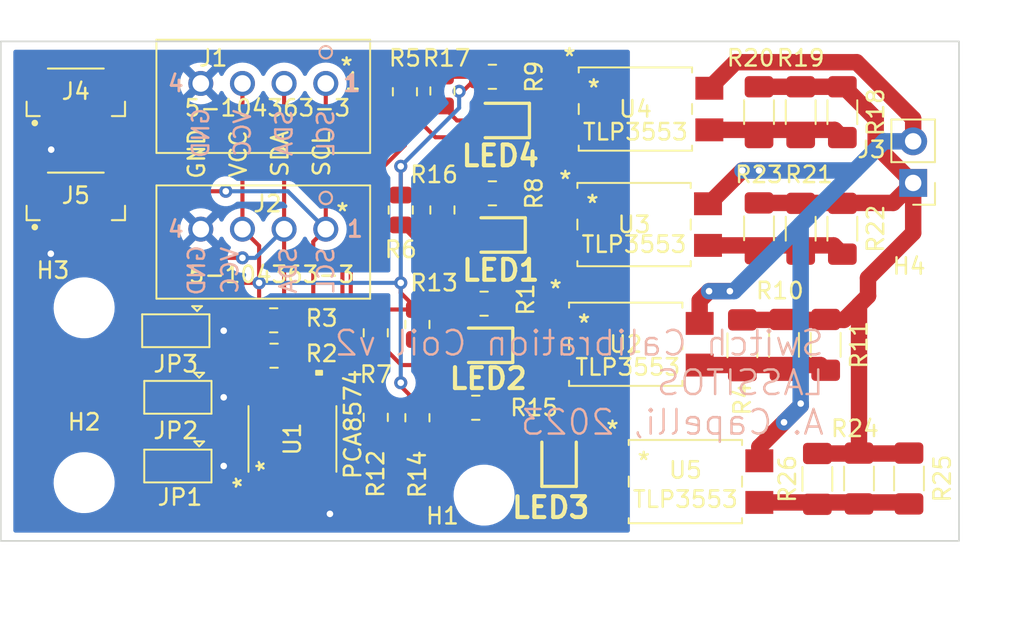
<source format=kicad_pcb>
(kicad_pcb (version 20211014) (generator pcbnew)
  (layers (0 "F.Cu" signal) (31 "B.Cu" signal) (34 "B.Paste" user) (35 "F.Paste" user) (36 "B.SilkS" user "B.Silkscreen") (37 "F.SilkS" user "F.Silkscreen") (38 "B.Mask" user) (39 "F.Mask" user) (44 "Edge.Cuts" user))
  (net 0 "")
  (net 1 "OUT0")
  (net 2 "GND")
  (net 3 "Net-(JP1-Pad2)")
  (net 4 "VCC")
  (net 5 "Net-(JP2-Pad2)")
  (net 6 "Net-(JP3-Pad2)")
  (net 7 "Net-(R1-Pad2)")
  (net 8 "SCL")
  (net 9 "SDA")
  (net 10 "Net-(R5-Pad1)")
  (net 11 "Net-(R6-Pad1)")
  (net 12 "Net-(R7-Pad1)")
  (net 13 "Net-(R8-Pad2)")
  (net 14 "Net-(R9-Pad2)")
  (net 20 "OUT1")
  (net 21 "Net-(J4-PadS1)")
  (net 22 "Net-(J5-PadS1)")
  (net 23 "Net-(U2-Pad3)")
  (net 24 "Net-(U1-Pad7)")
  (net 25 "Net-(LED2-Pad2)")
  (net 26 "Net-(LED3-Pad2)")
  (net 27 "Net-(R15-Pad2)")
  (net 28 "Net-(LED1-Pad2)")
  (net 29 "Net-(LED4-Pad2)")
  (net 30 "Net-(U4-Pad3)")
  (net 31 "Net-(R21-Pad1)")
  (net 32 "Net-(R24-Pad1)")
  (footprint "Resistor_SMD:R_0805_2012Metric" (layer "F.Cu") (at 100.076 45.974)
    (fp_text reference "R1" (at 2.54 -0.254 90) (layer "F.SilkS"))
    (fp_text value "200")
    (pad "1" smd roundrect (at -0.9125 0) (size 1.025 1.4) (layers "F.Cu" "F.Paste" "F.Mask") (roundrect_rratio 0.243902439) (net 4 "VCC"))
    (pad "2" smd roundrect (at 0.9125 0) (size 1.025 1.4) (layers "F.Cu" "F.Paste" "F.Mask") (roundrect_rratio 0.243902439) (net 7 "Net-(R1-Pad2)"))
  )
  (footprint "Resistor_SMD:R_0805_2012Metric" (layer "F.Cu") (at 97.536 40.259 -90)
    (fp_text reference "R16" (at -2.159 0.508 180) (layer "F.SilkS"))
    (fp_text value "325")
    (pad "1" smd roundrect (at -0.9125 0 270) (size 1.025 1.4) (layers "F.Cu" "F.Paste" "F.Mask") (roundrect_rratio 0.243902439) (net 4 "VCC"))
    (pad "2" smd roundrect (at 0.9125 0 270) (size 1.025 1.4) (layers "F.Cu" "F.Paste" "F.Mask") (roundrect_rratio 0.243902439) (net 28 "Net-(LED1-Pad2)"))
  )
  (footprint "Resistor_SMD:R_1206_3216Metric_Pad1.30x1.75mm_HandSolder" (layer "F.Cu") (at 125.984 56.642 90)
    (fp_text reference "R25" (at 0 2.032 90) (layer "F.SilkS"))
    (fp_text value "R")
    (pad "1" smd roundrect (at -1.55 0 90) (size 1.3 1.75) (layers "F.Cu" "F.Paste" "F.Mask") (roundrect_rratio 0.1923076923) (net 32 "Net-(R24-Pad1)"))
    (pad "2" smd roundrect (at 1.55 0 90) (size 1.3 1.75) (layers "F.Cu" "F.Paste" "F.Mask") (roundrect_rratio 0.1923076923) (net 20 "OUT1"))
  )
  (footprint "Resistor_SMD:R_0805_2012Metric" (layer "F.Cu") (at 99.568 52.324)
    (fp_text reference "R15" (at 3.556 0 180) (layer "F.SilkS"))
    (fp_text value "200")
    (pad "1" smd roundrect (at -0.9125 0) (size 1.025 1.4) (layers "F.Cu" "F.Paste" "F.Mask") (roundrect_rratio 0.243902439) (net 4 "VCC"))
    (pad "2" smd roundrect (at 0.9125 0) (size 1.025 1.4) (layers "F.Cu" "F.Paste" "F.Mask") (roundrect_rratio 0.243902439) (net 27 "Net-(R15-Pad2)"))
  )
  (footprint "Resistor_SMD:R_0805_2012Metric" (layer "F.Cu") (at 94.996 40.259 90)
    (fp_text reference "R6" (at -2.413 0 180) (layer "F.SilkS"))
    (fp_text value "100k")
    (pad "1" smd roundrect (at -0.9125 0 90) (size 1.025 1.4) (layers "F.Cu" "F.Paste" "F.Mask") (roundrect_rratio 0.243902439) (net 11 "Net-(R6-Pad1)"))
    (pad "2" smd roundrect (at 0.9125 0 90) (size 1.025 1.4) (layers "F.Cu" "F.Paste" "F.Mask") (roundrect_rratio 0.243902439) (net 4 "VCC"))
  )
  (footprint "Resistor_SMD:R_1206_3216Metric_Pad1.30x1.75mm_HandSolder" (layer "F.Cu") (at 120.904 48.488 90)
    (fp_text reference "R11" (at 0 2.032 90) (layer "F.SilkS"))
    (fp_text value "R")
    (pad "1" smd roundrect (at -1.55 0 90) (size 1.3 1.75) (layers "F.Cu" "F.Paste" "F.Mask") (roundrect_rratio 0.1923076923) (net 23 "Net-(U2-Pad3)"))
    (pad "2" smd roundrect (at 1.55 0 90) (size 1.3 1.75) (layers "F.Cu" "F.Paste" "F.Mask") (roundrect_rratio 0.1923076923) (net 20 "OUT1"))
  )
  (footprint "library_components:TLP3553ATP1_F" (layer "F.Cu") (at 112.35055 56.8325)
    (fp_text reference "U5" (at 0 -0.6985) (layer "F.SilkS"))
    (fp_text value "TLP3553" (at 0 1.0795) (layer "F.SilkS"))
    (fp_text user "*" (at -4.445 -3.175) (layer "F.SilkS"))
    (fp_text user "*" (at -2.54 -1.27) (layer "F.SilkS"))
    (pad "1" smd rect (at -4.5085 -1.27) (size 1.7018 1.397) (layers "F.Cu" "F.Paste" "F.Mask") (net 27 "Net-(R15-Pad2)"))
    (pad "2" smd rect (at -4.5085 1.27) (size 1.7018 1.397) (layers "F.Cu" "F.Paste" "F.Mask") (net 24 "Net-(U1-Pad7)"))
    (pad "3" smd rect (at 4.5085 1.27) (size 1.7018 1.397) (layers "F.Cu" "F.Paste" "F.Mask") (net 32 "Net-(R24-Pad1)"))
    (pad "4" smd rect (at 4.5085 -1.27) (size 1.7018 1.397) (layers "F.Cu" "F.Paste" "F.Mask") (net 1 "OUT0"))
  )
  (footprint "library_components:CONN_BM04B-SRSS-TB(LF)(SN)" (layer "F.Cu") (at 75.184 33.528)
    (fp_text reference "J4" (at 0 -0.508) (layer "F.SilkS"))
    (fp_text value "QIWC")
    (pad "1" smd rect (at -1.5 1.325) (size 0.6 1.55) (layers "F.Cu" "F.Paste" "F.Mask") (net 2 "GND"))
    (pad "2" smd rect (at -0.5 1.325) (size 0.6 1.55) (layers "F.Cu" "F.Paste" "F.Mask") (net 4 "VCC"))
    (pad "3" smd rect (at 0.5 1.325) (size 0.6 1.55) (layers "F.Cu" "F.Paste" "F.Mask") (net 9 "SDA"))
    (pad "4" smd rect (at 1.5 1.325) (size 0.6 1.55) (layers "F.Cu" "F.Paste" "F.Mask") (net 8 "SCL"))
    (pad "S1" smd rect (at -2.8 -1.2) (size 1.2 1.8) (layers "F.Cu" "F.Paste" "F.Mask") (net 21 "Net-(J4-PadS1)"))
    (pad "S2" smd rect (at 2.8 -1.2) (size 1.2 1.8) (layers "F.Cu" "F.Paste" "F.Mask") (net 21 "Net-(J4-PadS1)"))
  )
  (footprint "Resistor_SMD:R_1206_3216Metric_Pad1.30x1.75mm_HandSolder" (layer "F.Cu") (at 118.364 48.488 90)
    (fp_text reference "R10" (at 3.302 -0.254 180) (layer "F.SilkS"))
    (fp_text value "R")
    (pad "1" smd roundrect (at -1.55 0 90) (size 1.3 1.75) (layers "F.Cu" "F.Paste" "F.Mask") (roundrect_rratio 0.1923076923) (net 23 "Net-(U2-Pad3)"))
    (pad "2" smd roundrect (at 1.55 0 90) (size 1.3 1.75) (layers "F.Cu" "F.Paste" "F.Mask") (roundrect_rratio 0.1923076923) (net 20 "OUT1"))
  )
  (footprint "Resistor_SMD:R_1206_3216Metric_Pad1.30x1.75mm_HandSolder" (layer "F.Cu") (at 119.38 41.402 90)
    (fp_text reference "R21" (at 3.302 0.508 180) (layer "F.SilkS"))
    (fp_text value "R")
    (pad "1" smd roundrect (at -1.55 0 90) (size 1.3 1.75) (layers "F.Cu" "F.Paste" "F.Mask") (roundrect_rratio 0.1923076923) (net 31 "Net-(R21-Pad1)"))
    (pad "2" smd roundrect (at 1.55 0 90) (size 1.3 1.75) (layers "F.Cu" "F.Paste" "F.Mask") (roundrect_rratio 0.1923076923) (net 20 "OUT1"))
  )
  (footprint "Resistor_SMD:R_1206_3216Metric_Pad1.30x1.75mm_HandSolder" (layer "F.Cu") (at 121.92 41.402 90)
    (fp_text reference "R22" (at 0 2.032 90) (layer "F.SilkS"))
    (fp_text value "R")
    (pad "1" smd roundrect (at -1.55 0 90) (size 1.3 1.75) (layers "F.Cu" "F.Paste" "F.Mask") (roundrect_rratio 0.1923076923) (net 31 "Net-(R21-Pad1)"))
    (pad "2" smd roundrect (at 1.55 0 90) (size 1.3 1.75) (layers "F.Cu" "F.Paste" "F.Mask") (roundrect_rratio 0.1923076923) (net 20 "OUT1"))
  )
  (footprint "MountingHole:MountingHole_2.7mm_M2.5" (layer "F.Cu") (at 75.692 46.228)
    (fp_text reference "H3" (at -1.905 -2.286) (layer "F.SilkS"))
    (fp_text value " ")
    (pad "" np_thru_hole circle (at 0 0) (size 2.7 2.7) (drill 2.7) (layers *.Cu *.Mask))
  )
  (footprint "Resistor_SMD:R_1206_3216Metric_Pad1.30x1.75mm_HandSolder" (layer "F.Cu") (at 120.396 56.668 90)
    (fp_text reference "R26" (at 0 -1.82 90) (layer "F.SilkS"))
    (fp_text value "R")
    (pad "1" smd roundrect (at -1.55 0 90) (size 1.3 1.75) (layers "F.Cu" "F.Paste" "F.Mask") (roundrect_rratio 0.1923076923) (net 32 "Net-(R24-Pad1)"))
    (pad "2" smd roundrect (at 1.55 0 90) (size 1.3 1.75) (layers "F.Cu" "F.Paste" "F.Mask") (roundrect_rratio 0.1923076923) (net 20 "OUT1"))
  )
  (footprint "Resistor_SMD:R_0805_2012Metric" (layer "F.Cu") (at 100.584 32.131)
    (fp_text reference "R9" (at 2.54 0 90) (layer "F.SilkS"))
    (fp_text value "200")
    (pad "1" smd roundrect (at -0.9125 0) (size 1.025 1.4) (layers "F.Cu" "F.Paste" "F.Mask") (roundrect_rratio 0.243902439) (net 4 "VCC"))
    (pad "2" smd roundrect (at 0.9125 0) (size 1.025 1.4) (layers "F.Cu" "F.Paste" "F.Mask") (roundrect_rratio 0.243902439) (net 14 "Net-(R9-Pad2)"))
  )
  (footprint "Resistor_SMD:R_1206_3216Metric_Pad1.30x1.75mm_HandSolder" (layer "F.Cu") (at 115.824 48.514 90)
    (fp_text reference "R4" (at -3.302 0 90) (layer "F.SilkS"))
    (fp_text value "R")
    (pad "1" smd roundrect (at -1.55 0 90) (size 1.3 1.75) (layers "F.Cu" "F.Paste" "F.Mask") (roundrect_rratio 0.1923076923) (net 23 "Net-(U2-Pad3)"))
    (pad "2" smd roundrect (at 1.55 0 90) (size 1.3 1.75) (layers "F.Cu" "F.Paste" "F.Mask") (roundrect_rratio 0.1923076923) (net 20 "OUT1"))
  )
  (footprint "library_components:LEDC2012X85N" (layer "F.Cu") (at 101.092 34.798 180)
    (fp_text reference "LED4" (at 0.026936 -2.159) (layer "F.SilkS") (effects (font (size 1.27 1.27) (thickness 0.254))))
    (fp_text value "Green" hide)
    (pad "1" smd rect locked (at -0.95 0 180) (size 0.9 1.4) (layers "F.Cu" "F.Paste" "F.Mask") (net 10 "Net-(R5-Pad1)"))
    (pad "2" smd rect locked (at 0.95 0 180) (size 0.9 1.4) (layers "F.Cu" "F.Paste" "F.Mask") (net 29 "Net-(LED4-Pad2)"))
  )
  (footprint "library_components:5-104363-3" (layer "F.Cu") (at 90.424 32.5376 180)
    (fp_text reference "J1" (at 6.858 1.5496) (layer "F.SilkS"))
    (fp_text value "5-104363-3" (at 3.556 -1.4984) (layer "F.SilkS"))
    (fp_text user "1" (at -1.524 0 180) (layer "B.SilkS"))
    (fp_text user "4" (at 9.144 0 180) (layer "B.SilkS"))
    (fp_text user "1" (at -1.651 0 180) (layer "B.SilkS"))
    (fp_text user "4" (at 9.144 0 180) (layer "B.SilkS"))
    (fp_text user "1" (at -1.651 0.127) (layer "F.SilkS"))
    (fp_text user "4" (at 9.144 0) (layer "F.SilkS"))
    (fp_text user "4" (at 9.144 0) (layer "F.SilkS"))
    (fp_text user "*" (at -1.27 1.0416) (layer "F.SilkS"))
    (fp_text user "1" (at -1.651 0.127 180) (layer "F.SilkS"))
    (pad "1" thru_hole circle (at 0 0 180) (size 1.524 1.524) (drill 1.016) (layers *.Cu *.Mask) (net 8 "SCL"))
    (pad "2" thru_hole circle (at 2.54 0 180) (size 1.524 1.524) (drill 1.016) (layers *.Cu *.Mask) (net 9 "SDA"))
    (pad "3" thru_hole circle (at 5.08 0 180) (size 1.524 1.524) (drill 1.016) (layers *.Cu *.Mask) (net 4 "VCC"))
    (pad "4" thru_hole circle (at 7.62 0 180) (size 1.524 1.524) (drill 1.016) (layers *.Cu *.Mask) (net 2 "GND"))
  )
  (footprint "library_components:PCA8574PW_118" (layer "F.Cu") (at 88.392 54.229 90)
    (fp_text reference "U1" (at 0 0 90) (layer "F.SilkS"))
    (fp_text value "PCA8574" (at 0.889 3.683 90) (layer "F.SilkS"))
    (fp_text user "*" (at -2.667 -3.048 90) (layer "F.SilkS"))
    (fp_text user "*" (at -1.651 -1.651 90) (layer "F.SilkS"))
    (pad "1" smd rect (at -2.95275 -2.274999 90) (size 1.4097 0.3556) (layers "F.Cu" "F.Paste" "F.Mask") (net 3 "Net-(JP1-Pad2)"))
    (pad "2" smd rect (at -2.95275 -1.625001 90) (size 1.4097 0.3556) (layers "F.Cu" "F.Paste" "F.Mask") (net 5 "Net-(JP2-Pad2)"))
    (pad "3" smd rect (at -2.95275 -0.974999 90) (size 1.4097 0.3556) (layers "F.Cu" "F.Paste" "F.Mask") (net 6 "Net-(JP3-Pad2)"))
    (pad "4" smd rect (at -2.95275 -0.325001 90) (size 1.4097 0.3556) (layers "F.Cu" "F.Paste" "F.Mask") (net 10 "Net-(R5-Pad1)"))
    (pad "5" smd rect (at -2.95275 0.324998 90) (size 1.4097 0.3556) (layers "F.Cu" "F.Paste" "F.Mask") (net 11 "Net-(R6-Pad1)"))
    (pad "6" smd rect (at -2.95275 0.974999 90) (size 1.4097 0.3556) (layers "F.Cu" "F.Paste" "F.Mask") (net 12 "Net-(R7-Pad1)"))
    (pad "7" smd rect (at -2.95275 1.624998 90) (size 1.4097 0.3556) (layers "F.Cu" "F.Paste" "F.Mask") (net 24 "Net-(U1-Pad7)"))
    (pad "8" smd rect (at -2.95275 2.274999 90) (size 1.4097 0.3556) (layers "F.Cu" "F.Paste" "F.Mask") (net 2 "GND"))
    (pad "9" smd rect (at 2.95275 2.274999 90) (size 1.4097 0.3556) (layers "F.Cu" "F.Paste" "F.Mask"))
    (pad "10" smd rect (at 2.95275 1.625001 90) (size 1.4097 0.3556) (layers "F.Cu" "F.Paste" "F.Mask"))
    (pad "11" smd rect (at 2.95275 0.974999 90) (size 1.4097 0.3556) (layers "F.Cu" "F.Paste" "F.Mask"))
    (pad "12" smd rect (at 2.95275 0.325001 90) (size 1.4097 0.3556) (layers "F.Cu" "F.Paste" "F.Mask"))
    (pad "13" smd rect (at 2.95275 -0.324998 90) (size 1.4097 0.3556) (layers "F.Cu" "F.Paste" "F.Mask"))
    (pad "14" smd rect (at 2.95275 -0.974999 90) (size 1.4097 0.3556) (layers "F.Cu" "F.Paste" "F.Mask") (net 8 "SCL"))
    (pad "15" smd rect (at 2.95275 -1.624998 90) (size 1.4097 0.3556) (layers "F.Cu" "F.Paste" "F.Mask") (net 9 "SDA"))
    (pad "16" smd rect (at 2.95275 -2.274999 90) (size 1.4097 0.3556) (layers "F.Cu" "F.Paste" "F.Mask") (net 4 "VCC"))
  )
  (footprint "Resistor_SMD:R_0805_2012Metric" (layer "F.Cu") (at 93.472 52.912 90)
    (fp_text reference "R12" (at -3.4525 0 270) (layer "F.SilkS"))
    (fp_text value "100k")
    (pad "1" smd roundrect (at -0.9125 0 90) (size 1.025 1.4) (layers "F.Cu" "F.Paste" "F.Mask") (roundrect_rratio 0.243902439) (net 24 "Net-(U1-Pad7)"))
    (pad "2" smd roundrect (at 0.9125 0 90) (size 1.025 1.4) (layers "F.Cu" "F.Paste" "F.Mask") (roundrect_rratio 0.243902439) (net 4 "VCC"))
  )
  (footprint "Resistor_SMD:R_0805_2012Metric" (layer "F.Cu") (at 97.536 32.9965 -90)
    (fp_text reference "R17" (at -2.0085 -0.254 180) (layer "F.SilkS"))
    (fp_text value "325")
    (pad "1" smd roundrect (at -0.9125 0 270) (size 1.025 1.4) (layers "F.Cu" "F.Paste" "F.Mask") (roundrect_rratio 0.243902439) (net 4 "VCC"))
    (pad "2" smd roundrect (at 0.9125 0 270) (size 1.025 1.4) (layers "F.Cu" "F.Paste" "F.Mask") (roundrect_rratio 0.243902439) (net 29 "Net-(LED4-Pad2)"))
  )
  (footprint "library_components:CONN_BM04B-SRSS-TB(LF)(SN)" (layer "F.Cu") (at 75.184 39.878)
    (fp_text reference "J5" (at 0 -0.508) (layer "F.SilkS"))
    (fp_text value "QIWC")
    (pad "1" smd rect (at -1.5 1.325) (size 0.6 1.55) (layers "F.Cu" "F.Paste" "F.Mask") (net 2 "GND"))
    (pad "2" smd rect (at -0.5 1.325) (size 0.6 1.55) (layers "F.Cu" "F.Paste" "F.Mask") (net 4 "VCC"))
    (pad "3" smd rect (at 0.5 1.325) (size 0.6 1.55) (layers "F.Cu" "F.Paste" "F.Mask") (net 9 "SDA"))
    (pad "4" smd rect (at 1.5 1.325) (size 0.6 1.55) (layers "F.Cu" "F.Paste" "F.Mask") (net 8 "SCL"))
    (pad "S1" smd rect (at -2.8 -1.2) (size 1.2 1.8) (layers "F.Cu" "F.Paste" "F.Mask") (net 22 "Net-(J5-PadS1)"))
    (pad "S2" smd rect (at 2.8 -1.2) (size 1.2 1.8) (layers "F.Cu" "F.Paste" "F.Mask") (net 22 "Net-(J5-PadS1)"))
  )
  (footprint "library_components:TLP3553ATP1_F" (layer "F.Cu") (at 109.30255 34.0995)
    (fp_text reference "U4" (at 0 0) (layer "F.SilkS"))
    (fp_text value "TLP3553" (at 0 1.397) (layer "F.SilkS"))
    (fp_text user "*" (at -2.54 -1.27) (layer "F.SilkS"))
    (fp_text user "*" (at -4.01955 -3.175) (layer "F.SilkS"))
    (pad "1" smd rect (at -4.5085 -1.27) (size 1.7018 1.397) (layers "F.Cu" "F.Paste" "F.Mask") (net 14 "Net-(R9-Pad2)"))
    (pad "2" smd rect (at -4.5085 1.27) (size 1.7018 1.397) (layers "F.Cu" "F.Paste" "F.Mask") (net 10 "Net-(R5-Pad1)"))
    (pad "3" smd rect (at 4.5085 1.27) (size 1.7018 1.397) (layers "F.Cu" "F.Paste" "F.Mask") (net 30 "Net-(U4-Pad3)"))
    (pad "4" smd rect (at 4.5085 -1.27) (size 1.7018 1.397) (layers "F.Cu" "F.Paste" "F.Mask") (net 1 "OUT0"))
  )
  (footprint "Resistor_SMD:R_1206_3216Metric_Pad1.30x1.75mm_HandSolder" (layer "F.Cu") (at 121.92 34.29 90)
    (fp_text reference "R18" (at 0 2.032 90) (layer "F.SilkS"))
    (fp_text value "R")
    (pad "1" smd roundrect (at -1.55 0 90) (size 1.3 1.75) (layers "F.Cu" "F.Paste" "F.Mask") (roundrect_rratio 0.1923076923) (net 30 "Net-(U4-Pad3)"))
    (pad "2" smd roundrect (at 1.55 0 90) (size 1.3 1.75) (layers "F.Cu" "F.Paste" "F.Mask") (roundrect_rratio 0.1923076923) (net 20 "OUT1"))
  )
  (footprint "library_components:TLP3553ATP1_F" (layer "F.Cu") (at 109.22 41.148)
    (fp_text reference "U3" (at 0 0) (layer "F.SilkS"))
    (fp_text value "TLP3553" (at 0 1.2065) (layer "F.SilkS"))
    (fp_text user "*" (at -4.191 -2.7305) (layer "F.SilkS"))
    (fp_text user "*" (at -2.54 -1.27) (layer "F.SilkS"))
    (pad "1" smd rect (at -4.5085 -1.27) (size 1.7018 1.397) (layers "F.Cu" "F.Paste" "F.Mask") (net 13 "Net-(R8-Pad2)"))
    (pad "2" smd rect (at -4.5085 1.27) (size 1.7018 1.397) (layers "F.Cu" "F.Paste" "F.Mask") (net 11 "Net-(R6-Pad1)"))
    (pad "3" smd rect (at 4.5085 1.27) (size 1.7018 1.397) (layers "F.Cu" "F.Paste" "F.Mask") (net 31 "Net-(R21-Pad1)"))
    (pad "4" smd rect (at 4.5085 -1.27) (size 1.7018 1.397) (layers "F.Cu" "F.Paste" "F.Mask") (net 1 "OUT0"))
  )
  (footprint "Resistor_SMD:R_1206_3216Metric_Pad1.30x1.75mm_HandSolder" (layer "F.Cu") (at 116.84 34.29 90)
    (fp_text reference "R20" (at 3.302 -0.508 180) (layer "F.SilkS"))
    (fp_text value "R")
    (pad "1" smd roundrect (at -1.55 0 90) (size 1.3 1.75) (layers "F.Cu" "F.Paste" "F.Mask") (roundrect_rratio 0.1923076923) (net 30 "Net-(U4-Pad3)"))
    (pad "2" smd roundrect (at 1.55 0 90) (size 1.3 1.75) (layers "F.Cu" "F.Paste" "F.Mask") (roundrect_rratio 0.1923076923) (net 20 "OUT1"))
  )
  (footprint "MountingHole:MountingHole_2.7mm_M2.5" (layer "F.Cu") (at 125.73 46.228)
    (fp_text reference "H4" (at 0.254 -2.54) (layer "F.SilkS"))
    (fp_text value " ")
    (pad "" np_thru_hole circle (at 0 0) (size 2.7 2.7) (drill 2.7) (layers *.Cu *.Mask))
  )
  (footprint "Resistor_SMD:R_1206_3216Metric_Pad1.30x1.75mm_HandSolder" (layer "F.Cu") (at 122.936 56.642 90)
    (fp_text reference "R24" (at 3.048 -0.254 180) (layer "F.SilkS"))
    (fp_text value "R")
    (pad "1" smd roundrect (at -1.55 0 90) (size 1.3 1.75) (layers "F.Cu" "F.Paste" "F.Mask") (roundrect_rratio 0.1923076923) (net 32 "Net-(R24-Pad1)"))
    (pad "2" smd roundrect (at 1.55 0 90) (size 1.3 1.75) (layers "F.Cu" "F.Paste" "F.Mask") (roundrect_rratio 0.1923076923) (net 20 "OUT1"))
  )
  (footprint "MountingHole:MountingHole_2.7mm_M2.5" (layer "F.Cu") (at 100.076 57.658)
    (fp_text reference "H1" (at -2.54 1.27) (layer "F.SilkS"))
    (fp_text value " ")
    (pad "" np_thru_hole circle (at 0 0) (size 2.7 2.7) (drill 2.7) (layers *.Cu *.Mask))
  )
  (footprint "Resistor_SMD:R_0805_2012Metric" (layer "F.Cu") (at 93.472 47.752 90)
    (fp_text reference "R7" (at -2.54 0 180) (layer "F.SilkS"))
    (fp_text value "100k")
    (pad "1" smd roundrect (at -0.9125 0 90) (size 1.025 1.4) (layers "F.Cu" "F.Paste" "F.Mask") (roundrect_rratio 0.243902439) (net 12 "Net-(R7-Pad1)"))
    (pad "2" smd roundrect (at 0.9125 0 90) (size 1.025 1.4) (layers "F.Cu" "F.Paste" "F.Mask") (roundrect_rratio 0.243902439) (net 4 "VCC"))
  )
  (footprint "Resistor_SMD:R_0805_2012Metric" (layer "F.Cu") (at 100.584 39.243)
    (fp_text reference "R8" (at 2.54 0 90) (layer "F.SilkS"))
    (fp_text value "200")
    (pad "1" smd roundrect (at -0.9125 0) (size 1.025 1.4) (layers "F.Cu" "F.Paste" "F.Mask") (roundrect_rratio 0.243902439) (net 4 "VCC"))
    (pad "2" smd roundrect (at 0.9125 0) (size 1.025 1.4) (layers "F.Cu" "F.Paste" "F.Mask") (roundrect_rratio 0.243902439) (net 13 "Net-(R8-Pad2)"))
  )
  (footprint "library_components:LEDC2012X85N" (layer "F.Cu") (at 104.648 55.372 90)
    (fp_text reference "LED3" (at -3.048 -0.508) (layer "F.SilkS") (effects (font (size 1.27 1.27) (thickness 0.254))))
    (fp_text value "Yellow" hide)
    (pad "1" smd rect locked (at -0.95 0 90) (size 0.9 1.4) (layers "F.Cu" "F.Paste" "F.Mask") (net 24 "Net-(U1-Pad7)"))
    (pad "2" smd rect locked (at 0.95 0 90) (size 0.9 1.4) (layers "F.Cu" "F.Paste" "F.Mask") (net 26 "Net-(LED3-Pad2)"))
  )
  (footprint "library_components:5-104363-3" (layer "F.Cu") (at 90.424 41.4276 180)
    (fp_text reference "J2" (at 3.556 1.5496) (layer "F.SilkS"))
    (fp_text value "5-104363-3" (at 3.302 -2.7684) (layer "F.SilkS"))
    (fp_text user "4" (at 9.144 0 180) (layer "B.SilkS"))
    (fp_text user "4" (at 9.144 0 180) (layer "B.SilkS"))
    (fp_text user "1" (at -1.778 0.0256 180) (layer "B.SilkS"))
    (fp_text user "1" (at -1.778 0 180) (layer "B.SilkS"))
    (fp_text user "*" (at -1.016 1.0416) (layer "F.SilkS"))
    (fp_text user "4" (at 9.144 0 180) (layer "F.SilkS"))
    (fp_text user "1" (at -1.778 0.0256 180) (layer "F.SilkS"))
    (fp_text user "1" (at -1.778 0 180) (layer "F.SilkS"))
    (fp_text user "4" (at 9.144 0 180) (layer "F.SilkS"))
    (pad "1" thru_hole circle (at 0 0 180) (size 1.524 1.524) (drill 1.016) (layers *.Cu *.Mask) (net 8 "SCL"))
    (pad "2" thru_hole circle (at 2.54 0 180) (size 1.524 1.524) (drill 1.016) (layers *.Cu *.Mask) (net 9 "SDA"))
    (pad "3" thru_hole circle (at 5.08 0 180) (size 1.524 1.524) (drill 1.016) (layers *.Cu *.Mask) (net 4 "VCC"))
    (pad "4" thru_hole circle (at 7.62 0 180) (size 1.524 1.524) (drill 1.016) (layers *.Cu *.Mask) (net 2 "GND"))
  )
  (footprint "Jumper:SolderJumper-3_P1.3mm_Bridged12_Pad1.0x1.5mm" (layer "F.Cu") (at 81.407 55.88 180)
    (fp_text reference "JP1" (at -0.127 -1.905) (layer "F.SilkS"))
    (fp_text value "12")
    (fp_poly (pts (xy -0.9 -0.3) (xy -0.4 -0.3) (xy -0.4 0.3) (xy -0.9 0.3)) (layer "F.Cu") (width 0) (fill solid))
    (pad "1" smd rect (at -1.3 0 180) (size 1 1.5) (layers "F.Cu" "F.Mask") (net 2 "GND"))
    (pad "2" smd rect (at 0 0 180) (size 1 1.5) (layers "F.Cu" "F.Mask") (net 3 "Net-(JP1-Pad2)"))
    (pad "3" smd rect (at 1.3 0 180) (size 1 1.5) (layers "F.Cu" "F.Mask") (net 4 "VCC"))
  )
  (footprint "Resistor_SMD:R_0805_2012Metric" (layer "F.Cu") (at 87.249 46.99 180)
    (fp_text reference "R3" (at -2.921 0.127) (layer "F.SilkS"))
    (fp_text value "10k")
    (pad "1" smd roundrect (at -0.9125 0 180) (size 1.025 1.4) (layers "F.Cu" "F.Paste" "F.Mask") (roundrect_rratio 0.243902439) (net 9 "SDA"))
    (pad "2" smd roundrect (at 0.9125 0 180) (size 1.025 1.4) (layers "F.Cu" "F.Paste" "F.Mask") (roundrect_rratio 0.243902439) (net 4 "VCC"))
  )
  (footprint "MountingHole:MountingHole_2.7mm_M2.5" (layer "F.Cu") (at 75.692 56.896)
    (fp_text reference "H2" (at 0 -3.7) (layer "F.SilkS"))
    (fp_text value " ")
    (pad "" np_thru_hole circle (at 0 0) (size 2.7 2.7) (drill 2.7) (layers *.Cu *.Mask))
  )
  (footprint "Resistor_SMD:R_1206_3216Metric_Pad1.30x1.75mm_HandSolder" (layer "F.Cu") (at 119.38 34.29 90)
    (fp_text reference "R19" (at 3.302 0 180) (layer "F.SilkS"))
    (fp_text value "R")
    (pad "1" smd roundrect (at -1.55 0 90) (size 1.3 1.75) (layers "F.Cu" "F.Paste" "F.Mask") (roundrect_rratio 0.1923076923) (net 30 "Net-(U4-Pad3)"))
    (pad "2" smd roundrect (at 1.55 0 90) (size 1.3 1.75) (layers "F.Cu" "F.Paste" "F.Mask") (roundrect_rratio 0.1923076923) (net 20 "OUT1"))
  )
  (footprint "Connector_PinHeader_2.54mm:PinHeader_1x02_P2.54mm_Vertical" (layer "F.Cu") (at 126.238 38.608 180)
    (fp_text reference "J3" (at 2.54 2.032) (layer "F.SilkS"))
    (fp_text value "Conn_01x02_Male")
    (pad "1" thru_hole rect (at 0 0 180) (size 1.7 1.7) (drill 1) (layers *.Cu *.Mask) (net 20 "OUT1"))
    (pad "2" thru_hole oval (at 0 2.54 180) (size 1.7 1.7) (drill 1) (layers *.Cu *.Mask) (net 1 "OUT0"))
  )
  (footprint "library_components:LEDC2012X85N" (layer "F.Cu") (at 100.076 48.514 180)
    (fp_text reference "LED2" (at -0.254 -2.032) (layer "F.SilkS") (effects (font (size 1.27 1.27) (thickness 0.254))))
    (fp_text value "REd" hide)
    (pad "1" smd rect locked (at -0.95 0 180) (size 0.9 1.4) (layers "F.Cu" "F.Paste" "F.Mask") (net 12 "Net-(R7-Pad1)"))
    (pad "2" smd rect locked (at 0.95 0 180) (size 0.9 1.4) (layers "F.Cu" "F.Paste" "F.Mask") (net 25 "Net-(LED2-Pad2)"))
  )
  (footprint "Resistor_SMD:R_0805_2012Metric" (layer "F.Cu") (at 96.012 47.244 -90)
    (fp_text reference "R13" (at -2.54 -1.016 180) (layer "F.SilkS"))
    (fp_text value "750")
    (pad "1" smd roundrect (at -0.9125 0 270) (size 1.025 1.4) (layers "F.Cu" "F.Paste" "F.Mask") (roundrect_rratio 0.243902439) (net 4 "VCC"))
    (pad "2" smd roundrect (at 0.9125 0 270) (size 1.025 1.4) (layers "F.Cu" "F.Paste" "F.Mask") (roundrect_rratio 0.243902439) (net 25 "Net-(LED2-Pad2)"))
  )
  (footprint "library_components:LEDC2012X85N" (layer "F.Cu") (at 100.838 41.783 180)
    (fp_text reference "LED1" (at -0.254 -2.159) (layer "F.SilkS") (effects (font (size 1.27 1.27) (thickness 0.254))))
    (fp_text value "Blue" hide)
    (pad "1" smd rect locked (at -0.95 0 180) (size 0.9 1.4) (layers "F.Cu" "F.Paste" "F.Mask") (net 11 "Net-(R6-Pad1)"))
    (pad "2" smd rect locked (at 0.95 0 180) (size 0.9 1.4) (layers "F.Cu" "F.Paste" "F.Mask") (net 28 "Net-(LED1-Pad2)"))
  )
  (footprint "library_components:TLP3553ATP1_F" (layer "F.Cu") (at 108.712 48.4505)
    (fp_text reference "U2" (at 0 0) (layer "F.SilkS"))
    (fp_text value "TLP3553" (at 0.127 1.397) (layer "F.SilkS"))
    (fp_text user "*" (at -2.54 -1.27) (layer "F.SilkS"))
    (fp_text user "*" (at -4.27355 -3.3655) (layer "F.SilkS"))
    (pad "1" smd rect (at -4.5085 -1.27) (size 1.7018 1.397) (layers "F.Cu" "F.Paste" "F.Mask") (net 7 "Net-(R1-Pad2)"))
    (pad "2" smd rect (at -4.5085 1.27) (size 1.7018 1.397) (layers "F.Cu" "F.Paste" "F.Mask") (net 12 "Net-(R7-Pad1)"))
    (pad "3" smd rect (at 4.5085 1.27) (size 1.7018 1.397) (layers "F.Cu" "F.Paste" "F.Mask") (net 23 "Net-(U2-Pad3)"))
    (pad "4" smd rect (at 4.5085 -1.27) (size 1.7018 1.397) (layers "F.Cu" "F.Paste" "F.Mask") (net 1 "OUT0"))
  )
  (footprint "Jumper:SolderJumper-3_P1.3mm_Bridged12_Pad1.0x1.5mm" (layer "F.Cu") (at 81.407 51.689 180)
    (fp_text reference "JP2" (at 0.127 -2.032) (layer "F.SilkS"))
    (fp_text value "12")
    (fp_poly (pts (xy -0.9 -0.3) (xy -0.4 -0.3) (xy -0.4 0.3) (xy -0.9 0.3)) (layer "F.Cu") (width 0) (fill solid))
    (pad "1" smd rect (at -1.3 0 180) (size 1 1.5) (layers "F.Cu" "F.Mask") (net 2 "GND"))
    (pad "2" smd rect (at 0 0 180) (size 1 1.5) (layers "F.Cu" "F.Mask") (net 5 "Net-(JP2-Pad2)"))
    (pad "3" smd rect (at 1.3 0 180) (size 1 1.5) (layers "F.Cu" "F.Mask") (net 4 "VCC"))
  )
  (footprint "Resistor_SMD:R_0805_2012Metric" (layer "F.Cu") (at 87.2725 49.149 180)
    (fp_text reference "R2" (at -2.8975 0.127) (layer "F.SilkS"))
    (fp_text value "10k")
    (pad "1" smd roundrect (at -0.9125 0 180) (size 1.025 1.4) (layers "F.Cu" "F.Paste" "F.Mask") (roundrect_rratio 0.243902439) (net 8 "SCL"))
    (pad "2" smd roundrect (at 0.9125 0 180) (size 1.025 1.4) (layers "F.Cu" "F.Paste" "F.Mask") (roundrect_rratio 0.243902439) (net 4 "VCC"))
  )
  (footprint "Resistor_SMD:R_0805_2012Metric" (layer "F.Cu") (at 96.012 52.9355 -90)
    (fp_text reference "R14" (at 3.4525 0 90) (layer "F.SilkS"))
    (fp_text value "750")
    (pad "1" smd roundrect (at -0.9125 0 270) (size 1.025 1.4) (layers "F.Cu" "F.Paste" "F.Mask") (roundrect_rratio 0.243902439) (net 4 "VCC"))
    (pad "2" smd roundrect (at 0.9125 0 270) (size 1.025 1.4) (layers "F.Cu" "F.Paste" "F.Mask") (roundrect_rratio 0.243902439) (net 26 "Net-(LED3-Pad2)"))
  )
  (footprint "Resistor_SMD:R_1206_3216Metric_Pad1.30x1.75mm_HandSolder" (layer "F.Cu") (at 116.84 41.376 90)
    (fp_text reference "R23" (at 3.276 0 180) (layer "F.SilkS"))
    (fp_text value "R")
    (pad "1" smd roundrect (at -1.55 0 90) (size 1.3 1.75) (layers "F.Cu" "F.Paste" "F.Mask") (roundrect_rratio 0.1923076923) (net 31 "Net-(R21-Pad1)"))
    (pad "2" smd roundrect (at 1.55 0 90) (size 1.3 1.75) (layers "F.Cu" "F.Paste" "F.Mask") (roundrect_rratio 0.1923076923) (net 20 "OUT1"))
  )
  (footprint "Jumper:SolderJumper-3_P1.3mm_Bridged12_Pad1.0x1.5mm" (layer "F.Cu") (at 81.28 47.625 180)
    (fp_text reference "JP3" (at 0 -2.032) (layer "F.SilkS"))
    (fp_text value "12")
    (fp_poly (pts (xy -0.9 -0.3) (xy -0.4 -0.3) (xy -0.4 0.3) (xy -0.9 0.3)) (layer "F.Cu") (width 0) (fill solid))
    (pad "1" smd rect (at -1.3 0 180) (size 1 1.5) (layers "F.Cu" "F.Mask") (net 2 "GND"))
    (pad "2" smd rect (at 0 0 180) (size 1 1.5) (layers "F.Cu" "F.Mask") (net 6 "Net-(JP3-Pad2)"))
    (pad "3" smd rect (at 1.3 0 180) (size 1 1.5) (layers "F.Cu" "F.Mask") (net 4 "VCC"))
  )
  (footprint "Resistor_SMD:R_0805_2012Metric" (layer "F.Cu") (at 95.25 33.0435 90)
    (fp_text reference "R5" (at 2.0555 0 180) (layer "F.SilkS"))
    (fp_text value "100k")
    (pad "1" smd roundrect (at -0.9125 0 90) (size 1.025 1.4) (layers "F.Cu" "F.Paste" "F.Mask") (roundrect_rratio 0.243902439) (net 10 "Net-(R5-Pad1)"))
    (pad "2" smd roundrect (at 0.9125 0 90) (size 1.025 1.4) (layers "F.Cu" "F.Paste" "F.Mask") (roundrect_rratio 0.243902439) (net 4 "VCC"))
  )
  (gr_rect (start 70.612 29.972) (end 129.032 60.452) (layer "Edge.Cuts") (width 0.1) (fill none))
  (gr_text "Switch Calibration Coil v2\nLASSITOS\nA. Capelli, 2023" (at 120.904 50.8) (layer "B.SilkS") (effects (font (size 1.5 1.5)) (justify left mirror)))
  (gr_text "SCL" (at 90.424 35.56 90) (layer "B.SilkS") (effects (font (size 1 1)) (justify mirror)))
  (gr_text "SDA" (at 88.138 43.942 90) (layer "B.SilkS") (effects (font (size 1 1)) (justify mirror)))
  (gr_text "GND" (at 82.55 43.942 90) (layer "B.SilkS") (effects (font (size 1 1)) (justify mirror)))
  (gr_text "VCC" (at 84.582 43.942 90) (layer "B.SilkS") (effects (font (size 1 1)) (justify mirror)))
  (gr_text "SDA" (at 87.884 35.56 90) (layer "B.SilkS") (effects (font (size 1 1)) (justify mirror)))
  (gr_text "GND" (at 82.804 35.56 90) (layer "B.SilkS") (effects (font (size 1 1)) (justify mirror)))
  (gr_text "SCL" (at 90.424 43.942 90) (layer "B.SilkS") (effects (font (size 1 1)) (justify mirror)))
  (gr_text "VCC" (at 85.344 35.56 90) (layer "B.SilkS") (effects (font (size 1 1)) (justify mirror)))
  (gr_text "GND" (at 82.55 36.83 90) (layer "F.SilkS") (effects (font (size 1 1))))
  (gr_text "SCL" (at 90.17 36.83 90) (layer "F.SilkS") (effects (font (size 1 1))))
  (gr_text "VCC" (at 85.09 36.83 90) (layer "F.SilkS") (effects (font (size 1 1))))
  (gr_text "SDA" (at 87.63 36.83 90) (layer "F.SilkS") (effects (font (size 1 1))))
  (segment (start 115.39855 31.242) (end 122.789824 31.242) (width 1) (layer "F.Cu") (net 1))
  (segment (start 113.81105 32.8295) (end 115.39855 31.242) (width 1) (layer "F.Cu") (net 1))
  (segment (start 118.364 53.213) (end 116.85905 54.71795) (width 1) (layer "F.Cu") (net 1))
  (segment (start 116.84 37.846) (end 115.824 37.846) (width 1) (layer "F.Cu") (net 1))
  (segment (start 116.85905 54.71795) (end 116.85905 55.5625) (width 1) (layer "F.Cu") (net 1))
  (segment (start 113.2205 45.7835) (end 113.792 45.212) (width 1) (layer "F.Cu") (net 1))
  (segment (start 122.789824 31.242) (end 126.238 34.690176) (width 1) (layer "F.Cu") (net 1))
  (segment (start 113.7285 39.878) (end 113.792 39.878) (width 1) (layer "F.Cu") (net 1))
  (segment (start 118.364 53.213) (end 119.38 52.197) (width 1) (layer "F.Cu") (net 1))
  (segment (start 126.238 34.690176) (end 126.238 36.068) (width 1) (layer "F.Cu") (net 1))
  (segment (start 113.2205 47.1805) (end 113.2205 45.7835) (width 1) (layer "F.Cu") (net 1))
  (segment (start 113.792 45.212) (end 115.062 45.212) (width 1) (layer "F.Cu") (net 1))
  (segment (start 119.38 52.197) (end 119.38 52.07) (width 1) (layer "F.Cu") (net 1))
  (segment (start 113.792 39.878) (end 115.824 37.846) (width 1) (layer "F.Cu") (net 1))
  (via (at 119.38 52.07) (size 0.8) (drill 0.4) (layers "F.Cu" "B.Cu") (net 1))
  (via (at 113.792 45.212) (size 0.8) (drill 0.4) (layers "F.Cu" "B.Cu") (net 1))
  (via (at 115.062 45.212) (size 0.8) (drill 0.4) (layers "F.Cu" "B.Cu") (net 1))
  (via (at 116.84 37.846) (size 0.8) (drill 0.4) (layers "F.Cu" "B.Cu") (net 1))
  (via (at 115.824 37.846) (size 0.8) (drill 0.4) (layers "F.Cu" "B.Cu") (net 1))
  (via (at 118.364 53.213) (size 0.8) (drill 0.4) (layers "F.Cu" "B.Cu") (net 1))
  (segment (start 115.824 37.846) (end 116.84 37.846) (width 1) (layer "B.Cu") (net 1))
  (segment (start 119.38 52.197) (end 119.38 52.07) (width 1) (layer "B.Cu") (net 1))
  (segment (start 120.777 39.751) (end 122.682 37.846) (width 1) (layer "B.Cu") (net 1))
  (segment (start 122.682 37.846) (end 124.46 36.068) (width 1) (layer "B.Cu") (net 1))
  (segment (start 118.364 53.213) (end 119.38 52.197) (width 1) (layer "B.Cu") (net 1))
  (segment (start 113.792 45.212) (end 115.316 45.212) (width 1) (layer "B.Cu") (net 1))
  (segment (start 119.38 52.07) (end 119.38 41.148) (width 1) (layer "B.Cu") (net 1))
  (segment (start 115.316 45.212) (end 120.777 39.751) (width 1) (layer "B.Cu") (net 1))
  (segment (start 119.38 41.148) (end 120.777 39.751) (width 1) (layer "B.Cu") (net 1))
  (segment (start 116.84 37.846) (end 122.682 37.846) (width 1) (layer "B.Cu") (net 1))
  (segment (start 124.46 36.068) (end 126.238 36.068) (width 1) (layer "B.Cu") (net 1))
  (segment (start 90.678 58.801) (end 90.678 57.319751) (width 0.25) (layer "F.Cu") (net 2))
  (segment (start 82.707 51.689) (end 84.201 51.689) (width 0.25) (layer "F.Cu") (net 2))
  (segment (start 73.684 36.576) (end 73.684 34.345) (width 0.25) (layer "F.Cu") (net 2))
  (segment (start 90.678 57.319751) (end 90.666999 57.30875) (width 0.25) (layer "F.Cu") (net 2))
  (segment (start 82.707 55.88) (end 84.201 55.88) (width 0.25) (layer "F.Cu") (net 2))
  (segment (start 73.66 42.926) (end 73.684 42.902) (width 0.25) (layer "F.Cu") (net 2))
  (segment (start 82.58 47.625) (end 84.201 47.625) (width 0.25) (layer "F.Cu") (net 2))
  (segment (start 73.684 42.902) (end 73.684 36.576) (width 0.25) (layer "F.Cu") (net 2))
  (via (at 73.684 36.576) (size 0.8) (drill 0.4) (layers "F.Cu" "B.Cu") (net 2))
  (via (at 84.201 47.625) (size 0.8) (drill 0.4) (layers "F.Cu" "B.Cu") (net 2))
  (via (at 84.201 51.689) (size 0.8) (drill 0.4) (layers "F.Cu" "B.Cu") (net 2))
  (via (at 90.678 58.801) (size 0.8) (drill 0.4) (layers "F.Cu" "B.Cu") (net 2))
  (via (at 84.201 55.88) (size 0.8) (drill 0.4) (layers "F.Cu" "B.Cu") (net 2))
  (via (at 73.66 42.926) (size 0.8) (drill 0.4) (layers "F.Cu" "B.Cu") (net 2))
  (segment (start 81.83575 57.30875) (end 81.407 56.88) (width 0.25) (layer "F.Cu") (net 3))
  (segment (start 81.407 56.88) (end 81.407 55.88) (width 0.25) (layer "F.Cu") (net 3))
  (segment (start 86.117001 57.30875) (end 81.83575 57.30875) (width 0.25) (layer "F.Cu") (net 3))
  (segment (start 98.298 46.3315) (end 98.6555 45.974) (width 0.25) (layer "F.Cu") (net 4))
  (segment (start 98.55548 33.016148) (end 98.786352 33.016148) (width 0.25) (layer "F.Cu") (net 4))
  (segment (start 86.36 42.4436) (end 85.344 41.4276) (width 0.25) (layer "F.Cu") (net 4))
  (segment (start 80.107 51.689) (end 80.107 47.752) (width 0.25) (layer "F.Cu") (net 4))
  (segment (start 94.996 39.3465) (end 100.076 39.3465) (width 0.25) (layer "F.Cu") (net 4))
  (segment (start 79.98 47.025978) (end 81.031978 45.974) (width 0.25) (layer "F.Cu") (net 4))
  (segment (start 86.117001 49.391999) (end 86.36 49.149) (width 0.25) (layer "F.Cu") (net 4))
  (segment (start 81.031978 45.974) (end 83.566 45.974) (width 0.25) (layer "F.Cu") (net 4))
  (segment (start 86.36 44.704) (end 79.248 44.704) (width 0.25) (layer "F.Cu") (net 4))
  (segment (start 86.36 44.704) (end 86.36 46.8395) (width 0.25) (layer "F.Cu") (net 4))
  (segment (start 94.996 45.3155) (end 96.012 46.3315) (width 0.25) (layer "F.Cu") (net 4))
  (segment (start 79.98 47.625) (end 79.98 47.025978) (width 0.25) (layer "F.Cu") (net 4))
  (segment (start 86.36 44.704) (end 86.36 42.4436) (width 0.25) (layer "F.Cu") (net 4))
  (segment (start 76.172 43.434) (end 74.684 41.946) (width 0.25) (layer "F.Cu") (net 4))
  (segment (start 80.107 55.88) (end 80.107 51.689) (width 0.25) (layer "F.Cu") (net 4))
  (segment (start 77.978 43.434) (end 76.172 43.434) (width 0.25) (layer "F.Cu") (net 4))
  (segment (start 79.248 44.704) (end 77.978 43.434) (width 0.25) (layer "F.Cu") (net 4))
  (segment (start 86.3365 49.1255) (end 86.36 49.149) (width 0.25) (layer "F.Cu") (net 4))
  (segment (start 94.996 51.007) (end 96.012 52.023) (width 0.25) (layer "F.Cu") (net 4))
  (segment (start 80.107 47.752) (end 79.98 47.625) (width 0.25) (layer "F.Cu") (net 4))
  (segment (start 93.98 46.3315) (end 98.298 46.3315) (width 0.25) (layer "F.Cu") (net 4))
  (segment (start 85.344 41.4276) (end 85.344 33.02) (width 0.25) (layer "F.Cu") (net 4))
  (segment (start 93.472 51.9995) (end 98.331 51.9995) (width 0.25) (layer "F.Cu") (net 4))
  (segment (start 94.996 50.8) (end 94.996 51.007) (width 0.25) (layer "F.Cu") (net 4))
  (segment (start 86.3365 46.863) (end 86.3365 49.1255) (width 0.25) (layer "F.Cu") (net 4))
  (segment (start 86.36 46.8395) (end 86.3365 46.863) (width 0.25) (layer "F.Cu") (net 4))
  (segment (start 83.566 45.974) (end 84.455 46.863) (width 0.25) (layer "F.Cu") (net 4))
  (segment (start 94.996 44.704) (end 94.996 45.3155) (width 0.25) (layer "F.Cu") (net 4))
  (segment (start 74.684 41.946) (end 74.684 34.345) (width 0.25) (layer "F.Cu") (net 4))
  (segment (start 98.786352 33.016148) (end 99.6715 32.131) (width 0.25) (layer "F.Cu") (net 4))
  (segment (start 84.455 46.863) (end 86.3365 46.863) (width 0.25) (layer "F.Cu") (net 4))
  (segment (start 93.472 46.8395) (end 93.98 46.3315) (width 0.25) (layer "F.Cu") (net 4))
  (segment (start 97.536 39.3465) (end 96.7505 39.3465) (width 0.25) (layer "F.Cu") (net 4))
  (segment (start 98.331 51.9995) (end 98.6555 52.324) (width 0.25) (layer "F.Cu") (net 4))
  (segment (start 86.117001 51.40325) (end 86.117001 49.391999) (width 0.25) (layer "F.Cu") (net 4))
  (segment (start 94.996 37.592) (end 94.996 39.41) (width 0.25) (layer "F.Cu") (net 4))
  (segment (start 95.25 32.131) (end 99.6715 32.131) (width 0.25) (layer "F.Cu") (net 4))
  (via (at 94.996 37.592) (size 0.8) (drill 0.4) (layers "F.Cu" "B.Cu") (net 4))
  (via (at 94.996 44.704) (size 0.8) (drill 0.4) (layers "F.Cu" "B.Cu") (net 4))
  (via (at 94.996 50.8) (size 0.8) (drill 0.4) (layers "F.Cu" "B.Cu") (net 4))
  (via (at 98.55548 33.016148) (size 0.8) (drill 0.4) (layers "F.Cu" "B.Cu") (net 4))
  (via (at 86.36 44.704) (size 0.8) (drill 0.4) (layers "F.Cu" "B.Cu") (net 4))
  (segment (start 98.55548 34.03252) (end 98.55548 33.016148) (width 0.25) (layer "B.Cu") (net 4))
  (segment (start 86.36 44.704) (end 94.996 44.704) (width 0.25) (layer "B.Cu") (net 4))
  (segment (start 94.996 44.704) (end 94.996 37.592) (width 0.25) (layer "B.Cu") (net 4))
  (segment (start 94.996 44.704) (end 94.996 50.8) (width 0.25) (layer "B.Cu") (net 4))
  (segment (start 94.996 37.592) (end 98.55548 34.03252) (width 0.25) (layer "B.Cu") (net 4))
  (segment (start 86.766999 56.3539) (end 84.642099 54.229) (width 0.25) (layer "F.Cu") (net 5))
  (segment (start 81.407 52.832) (end 81.407 51.689) (width 0.25) (layer "F.Cu") (net 5))
  (segment (start 86.766999 57.30875) (end 86.766999 56.3539) (width 0.25) (layer "F.Cu") (net 5))
  (segment (start 82.804 54.229) (end 81.407 52.832) (width 0.25) (layer "F.Cu") (net 5))
  (segment (start 84.642099 54.229) (end 82.804 54.229) (width 0.25) (layer "F.Cu") (net 5))
  (segment (start 85.217 51.181) (end 85.217 53.975) (width 0.25) (layer "F.Cu") (net 6))
  (segment (start 81.28 49.403) (end 81.915 50.038) (width 0.25) (layer "F.Cu") (net 6))
  (segment (start 87.417001 56.175001) (end 87.417001 57.30875) (width 0.25) (layer "F.Cu") (net 6))
  (segment (start 84.074 50.038) (end 85.217 51.181) (width 0.25) (layer "F.Cu") (net 6))
  (segment (start 81.28 47.625) (end 81.28 49.403) (width 0.25) (layer "F.Cu") (net 6))
  (segment (start 85.217 53.975) (end 87.417001 56.175001) (width 0.25) (layer "F.Cu") (net 6))
  (segment (start 81.915 50.038) (end 84.074 50.038) (width 0.25) (layer "F.Cu") (net 6))
  (segment (start 101.687 47.1805) (end 104.2035 47.1805) (width 0.25) (layer "F.Cu") (net 7))
  (segment (start 100.4805 45.974) (end 101.687 47.1805) (width 0.25) (layer "F.Cu") (net 7))
  (segment (start 84.328 39.116) (end 80.518 39.116) (width 0.25) (layer "F.Cu") (net 8))
  (segment (start 90.424 41.4276) (end 90.424 33.02) (width 0.25) (layer "F.Cu") (net 8))
  (segment (start 78.486 41.148) (end 76.684 41.148) (width 0.25) (layer "F.Cu") (net 8))
  (segment (start 76.684 41.148) (end 76.684 34.345) (width 0.25) (layer "F.Cu") (net 8))
  (segment (start 87.417001 50.4484) (end 88.185 49.680401) (width 0.25) (layer "F.Cu") (net 8))
  (segment (start 89.154 49.149) (end 89.662 48.641) (width 0.25) (layer "F.Cu") (net 8))
  (segment (start 89.662 48.641) (end 89.662 42.1896) (width 0.25) (layer "F.Cu") (net 8))
  (segment (start 88.185 49.149) (end 89.154 49.149) (width 0.25) (layer "F.Cu") (net 8))
  (segment (start 80.518 39.116) (end 78.486 41.148) (width 0.25) (layer "F.Cu") (net 8))
  (segment (start 87.417001 51.40325) (end 87.417001 50.4484) (width 0.25) (layer "F.Cu") (net 8))
  (segment (start 88.185 49.680401) (end 88.185 49.149) (width 0.25) (layer "F.Cu") (net 8))
  (segment (start 89.662 42.1896) (end 90.424 41.4276) (width 0.25) (layer "F.Cu") (net 8))
  (via (at 84.328 39.116) (size 0.8) (drill 0.4) (layers "F.Cu" "B.Cu") (net 8))
  (segment (start 84.328 39.116) (end 88.1124 39.116) (width 0.25) (layer "B.Cu") (net 8))
  (segment (start 88.1124 39.116) (end 90.424 41.4276) (width 0.25) (layer "B.Cu") (net 8))
  (segment (start 88.1615 46.863) (end 87.884 46.5855) (width 0.25) (layer "F.Cu") (net 9))
  (segment (start 87.884 46.5855) (end 87.884 33.02) (width 0.25) (layer "F.Cu") (net 9))
  (segment (start 75.684 41.927022) (end 75.684 34.345) (width 0.25) (layer "F.Cu") (net 9))
  (segment (start 78.164197 42.98448) (end 76.741458 42.98448) (width 0.25) (layer "F.Cu") (net 9))
  (segment (start 78.359718 43.18) (end 78.164197 42.98448) (width 0.25) (layer "F.Cu") (net 9))
  (segment (start 87.34798 47.67652) (end 88.1615 46.863) (width 0.25) (layer "F.Cu") (net 9))
  (segment (start 87.34798 49.686013) (end 87.34798 47.67652) (width 0.25) (layer "F.Cu") (net 9))
  (segment (start 76.741458 42.98448) (end 75.684 41.927022) (width 0.25) (layer "F.Cu") (net 9))
  (segment (start 85.344 43.18) (end 78.359718 43.18) (width 0.25) (layer "F.Cu") (net 9))
  (segment (start 86.767002 50.266991) (end 87.34798 49.686013) (width 0.25) (layer "F.Cu") (net 9))
  (segment (start 86.767002 51.40325) (end 86.767002 50.266991) (width 0.25) (layer "F.Cu") (net 9))
  (via (at 85.344 43.18) (size 0.8) (drill 0.4) (layers "F.Cu" "B.Cu") (net 9))
  (segment (start 86.1316 43.18) (end 87.884 41.4276) (width 0.25) (layer "B.Cu") (net 9))
  (segment (start 85.344 43.18) (end 86.1316 43.18) (width 0.25) (layer "B.Cu") (net 9))
  (segment (start 102.6135 35.3695) (end 102.042 34.798) (width 0.25) (layer "F.Cu") (net 10))
  (segment (start 92.329 42.505) (end 92.329 39.234386) (width 0.25) (layer "F.Cu") (net 10))
  (segment (start 91.44 52.324) (end 91.44 43.394) (width 0.25) (layer "F.Cu") (net 10))
  (segment (start 95.25 33.956) (end 97.116511 35.822511) (width 0.25) (layer "F.Cu") (net 10))
  (segment (start 88.066999 55.697001) (end 91.44 52.324) (width 0.25) (layer "F.Cu") (net 10))
  (segment (start 91.44 43.394) (end 92.329 42.505) (width 0.25) (layer "F.Cu") (net 10))
  (segment (start 95.25 36.313386) (end 95.25 33.956) (width 0.25) (layer "F.Cu") (net 10))
  (segment (start 104.79405 35.3695) (end 102.6135 35.3695) (width 0.25) (layer "F.Cu") (net 10))
  (segment (start 101.017489 35.822511) (end 102.042 34.798) (width 0.25) (layer "F.Cu") (net 10))
  (segment (start 97.116511 35.822511) (end 101.017489 35.822511) (width 0.25) (layer "F.Cu") (net 10))
  (segment (start 92.329 39.234386) (end 95.25 36.313386) (width 0.25) (layer "F.Cu") (net 10))
  (segment (start 88.066999 57.30875) (end 88.066999 55.697001) (width 0.25) (layer "F.Cu") (net 10))
  (segment (start 88.716998 57.30875) (end 88.716998 55.809002) (width 0.25) (layer "F.Cu") (net 11))
  (segment (start 88.716998 55.809002) (end 91.948 52.578) (width 0.25) (layer "F.Cu") (net 11))
  (segment (start 94.298218 41.1715) (end 94.996 41.1715) (width 0.25) (layer "F.Cu") (net 11))
  (segment (start 94.996 41.1715) (end 96.632011 42.807511) (width 0.25) (layer "F.Cu") (net 11))
  (segment (start 96.632011 42.807511) (end 101.017489 42.807511) (width 0.25) (layer "F.Cu") (net 11))
  (segment (start 104.0765 41.783) (end 104.7115 42.418) (width 0.25) (layer "F.Cu") (net 11))
  (segment (start 102.042 41.783) (end 104.0765 41.783) (width 0.25) (layer "F.Cu") (net 11))
  (segment (start 101.017489 42.807511) (end 102.042 41.783) (width 0.25) (layer "F.Cu") (net 11))
  (segment (start 91.948 52.578) (end 91.948 43.521718) (width 0.25) (layer "F.Cu") (net 11))
  (segment (start 91.948 43.521718) (end 94.298218 41.1715) (width 0.25) (layer "F.Cu") (net 11))
  (segment (start 95.036 49.7205) (end 93.472 48.1565) (width 0.25) (layer "F.Cu") (net 12))
  (segment (start 100.5205 49.7205) (end 100.1395 49.7205) (width 0.25) (layer "F.Cu") (net 12))
  (segment (start 100.1395 49.7205) (end 95.036 49.7205) (width 0.25) (layer "F.Cu") (net 12))
  (segment (start 89.366999 56.2269) (end 92.39752 53.196379) (width 0.25) (layer "F.Cu") (net 12))
  (segment (start 89.366999 57.18175) (end 89.366999 56.2269) (width 0.25) (layer "F.Cu") (net 12))
  (segment (start 104.2035 49.7205) (end 100.1395 49.7205) (width 0.25) (layer "F.Cu") (net 12))
  (segment (start 101.026 49.215) (end 100.5205 49.7205) (width 0.25) (layer "F.Cu") (net 12))
  (segment (start 92.39752 53.196379) (end 92.39752 49.23098) (width 0.25) (layer "F.Cu") (net 12))
  (segment (start 101.026 48.514) (end 101.026 49.215) (width 0.25) (layer "F.Cu") (net 12))
  (segment (start 92.39752 49.23098) (end 93.472 48.1565) (width 0.25) (layer "F.Cu") (net 12))
  (segment (start 102.6395 39.878) (end 104.7115 39.878) (width 0.25) (layer "F.Cu") (net 13))
  (segment (start 102.0045 39.243) (end 102.6395 39.878) (width 0.25) (layer "F.Cu") (net 13))
  (segment (start 102.195 32.8295) (end 104.79405 32.8295) (width 0.25) (layer "F.Cu") (net 14))
  (segment (start 101.4965 32.131) (end 102.195 32.8295) (width 0.25) (layer "F.Cu") (net 14))
  (segment (start 122.936 46.052828) (end 123.483414 45.505414) (width 1) (layer "F.Cu") (net 20))
  (segment (start 125.958 55.118) (end 125.984 55.092) (width 1) (layer "F.Cu") (net 20))
  (segment (start 125.02 39.826) (end 126.238 38.608) (width 1) (layer "F.Cu") (net 20))
  (segment (start 122.936 55.092) (end 122.936 46.052828) (width 1) (layer "F.Cu") (net 20))
  (segment (start 123.483414 44.410586) (end 126.238 41.656) (width 1) (layer "F.Cu") (net 20))
  (segment (start 123.952 36.322) (end 126.238 38.608) (width 1) (layer "F.Cu") (net 20))
  (segment (start 115.824 46.964) (end 122.024828 46.964) (width 1) (layer "F.Cu") (net 20))
  (segment (start 116.84 32.74) (end 122.002319 32.74) (width 1) (layer "F.Cu") (net 20))
  (segment (start 126.238 41.656) (end 126.238 38.608) (width 1) (layer "F.Cu") (net 20))
  (segment (start 123.483414 45.505414) (end 123.483414 44.410586) (width 1) (layer "F.Cu") (net 20))
  (segment (start 122.024828 46.964) (end 123.483414 45.505414) (width 1) (layer "F.Cu") (net 20))
  (segment (start 120.396 55.118) (end 125.958 55.118) (width 1) (layer "F.Cu") (net 20))
  (segment (start 116.84 39.826) (end 125.02 39.826) (width 1) (layer "F.Cu") (net 20))
  (segment (start 122.002319 32.74) (end 123.952 34.689681) (width 1) (layer "F.Cu") (net 20))
  (segment (start 123.952 34.689681) (end 123.952 36.322) (width 1) (layer "F.Cu") (net 20))
  (segment (start 120.5865 49.7205) (end 120.904 50.038) (width 1) (layer "F.Cu") (net 23))
  (segment (start 113.2205 49.7205) (end 120.5865 49.7205) (width 1) (layer "F.Cu") (net 23))
  (segment (start 104.46 56.134) (end 103.632 56.134) (width 0.25) (layer "F.Cu") (net 24))
  (segment (start 90.016998 56.2269) (end 92.419398 53.8245) (width 0.25) (layer "F.Cu") (net 24))
  (segment (start 90.016998 57.18175) (end 90.016998 56.2269) (width 0.25) (layer "F.Cu") (net 24))
  (segment (start 102.362 54.864) (end 94.5115 54.864) (width 0.25) (layer "F.Cu") (net 24))
  (segment (start 106.4285 58.1025) (end 104.46 56.134) (width 0.25) (layer "F.Cu") (net 24))
  (segment (start 103.632 56.134) (end 102.362 54.864) (width 0.25) (layer "F.Cu") (net 24))
  (segment (start 107.84205 58.1025) (end 106.4285 58.1025) (width 0.25) (layer "F.Cu") (net 24))
  (segment (start 94.5115 54.864) (end 93.472 53.8245) (width 0.25) (layer "F.Cu") (net 24))
  (segment (start 92.419398 53.8245) (end 93.472 53.8245) (width 0.25) (layer "F.Cu") (net 24))
  (segment (start 96.3695 48.514) (end 99.126 48.514) (width 0.25) (layer "F.Cu") (net 25))
  (segment (start 96.012 48.1565) (end 96.3695 48.514) (width 0.25) (layer "F.Cu") (net 25))
  (segment (start 104.074 53.848) (end 104.648 54.422) (width 0.25) (layer "F.Cu") (net 26))
  (segment (start 96.012 53.848) (end 104.074 53.848) (width 0.25) (layer "F.Cu") (net 26))
  (segment (start 100.4805 52.324) (end 106.172 52.324) (width 0.25) (layer "F.Cu") (net 27))
  (segment (start 106.172 52.324) (end 107.84205 53.99405) (width 0.25) (layer "F.Cu") (net 27))
  (segment (start 107.84205 53.99405) (end 107.84205 55.5625) (width 0.25) (layer "F.Cu") (net 27))
  (segment (start 98.1475 41.783) (end 97.536 41.1715) (width 0.25) (layer "F.Cu") (net 28))
  (segment (start 100.142 41.783) (end 98.1475 41.783) (width 0.25) (layer "F.Cu") (net 28))
  (segment (start 97.536 33.909) (end 98.425 34.798) (width 0.25) (layer "F.Cu") (net 29))
  (segment (start 98.425 34.798) (end 100.142 34.798) (width 0.25) (layer "F.Cu") (net 29))
  (segment (start 121.4495 35.3695) (end 121.92 35.84) (width 1) (layer "F.Cu") (net 30))
  (segment (start 113.81105 35.3695) (end 121.4495 35.3695) (width 1) (layer "F.Cu") (net 30))
  (segment (start 121.386 42.418) (end 121.92 42.952) (width 1) (layer "F.Cu") (net 31))
  (segment (start 113.7285 42.418) (end 121.386 42.418) (width 1) (layer "F.Cu") (net 31))
  (segment (start 125.8945 58.1025) (end 125.984 58.192) (width 1) (layer "F.Cu") (net 32))
  (segment (start 116.85905 58.1025) (end 125.8945 58.1025) (width 1) (layer "F.Cu") (net 32))
  (zone (net 2) (net_name "GND") (layer "B.Cu") (connect_pads (clearance 0.508)) (min_thickness 0.254) (fill yes (thermal_gap 0.508) (thermal_bridge_width 0.508))
    (polygon (pts (xy 108.966 60.071) (xy 71.374 60.071) (xy 71.374 30.353) (xy 108.966 30.48)))
  )
)
</source>
